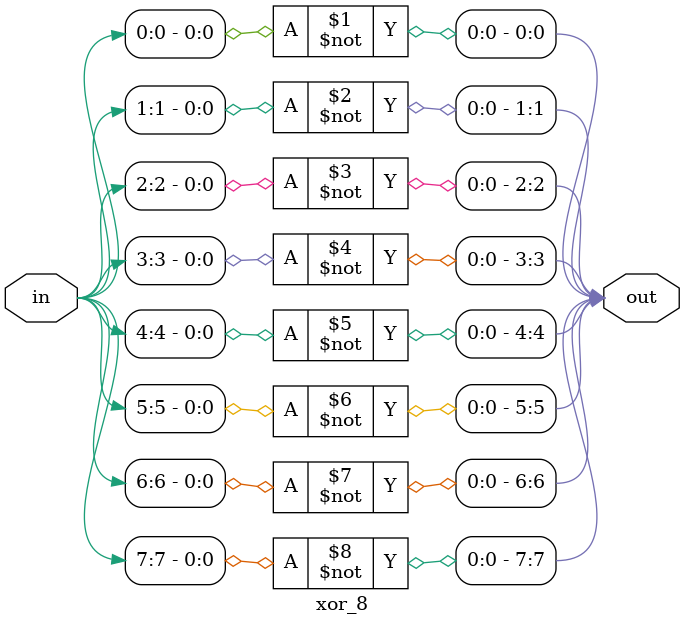
<source format=v>
`timescale 1ns / 1ps

module xor_8(
    output [7:0] out,
	input [7:0] in
);

not NOT0 ( out[0], in[0] );
not NOT1 ( out[1], in[1] );
not NOT2 ( out[2], in[2] );
not NOT3 ( out[3], in[3] );
not NOT4 ( out[4], in[4] );
not NOT5 ( out[5], in[5] );
not NOT6 ( out[6], in[6] );
not NOT7 ( out[7], in[7] );

endmodule
</source>
